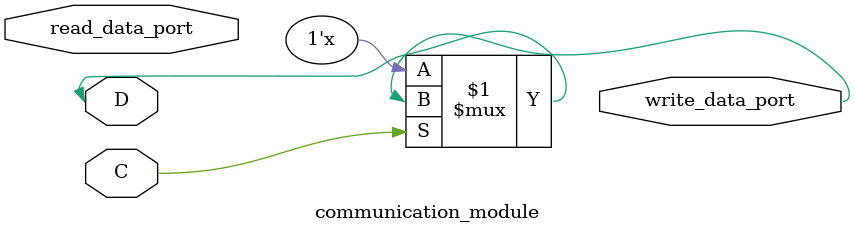
<source format=v>

`timescale 1ns/1ps

module communication_module(
  inout D,  // allows D to read and write
  input C,
  input read_data_port,
  output write_data_port
  );

  /* module to handle communications of ONE module */

  /* when C is high, take data from the write_data_port and send it through D */
  bufif1 write(D,write_data_port,C);

  /* when C is low, read data from D and output it to read_data_port */
  bufif0 read(read_data_port,D,C);

endmodule

</source>
